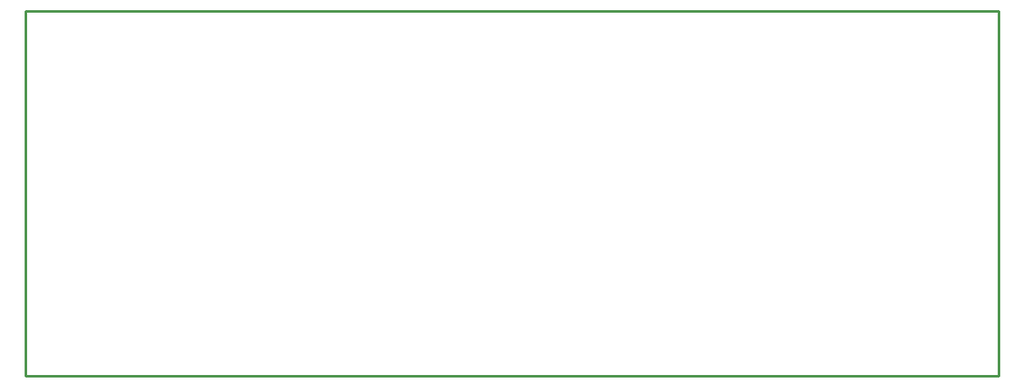
<source format=gbr>
G04 EAGLE Gerber RS-274X export*
G75*
%MOMM*%
%FSLAX34Y34*%
%LPD*%
%IN*%
%IPPOS*%
%AMOC8*
5,1,8,0,0,1.08239X$1,22.5*%
G01*
%ADD10C,0.254000*%


D10*
X-3175Y0D02*
X968175Y0D01*
X968175Y365000D01*
X-3175Y365000D01*
X-3175Y0D01*
M02*

</source>
